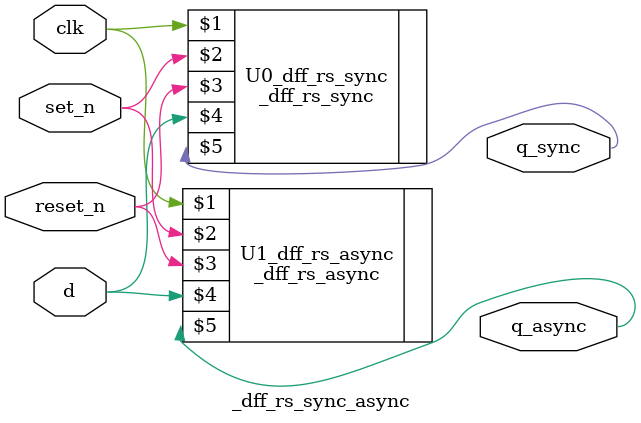
<source format=v>
module _dff_rs_sync_async(clk,set_n,reset_n,d,q_sync,q_async);//synchronous and asynchronous set/resettable d flip-flop modules
	input  clk,set_n,reset_n,d;
	output q_sync,q_async;
	
	//load _dff_rs modules
	_dff_rs_sync	U0_dff_rs_sync(clk, set_n, reset_n, d, q_sync);
	_dff_rs_async	U1_dff_rs_async(clk, set_n, reset_n, d, q_async);
endmodule 
</source>
